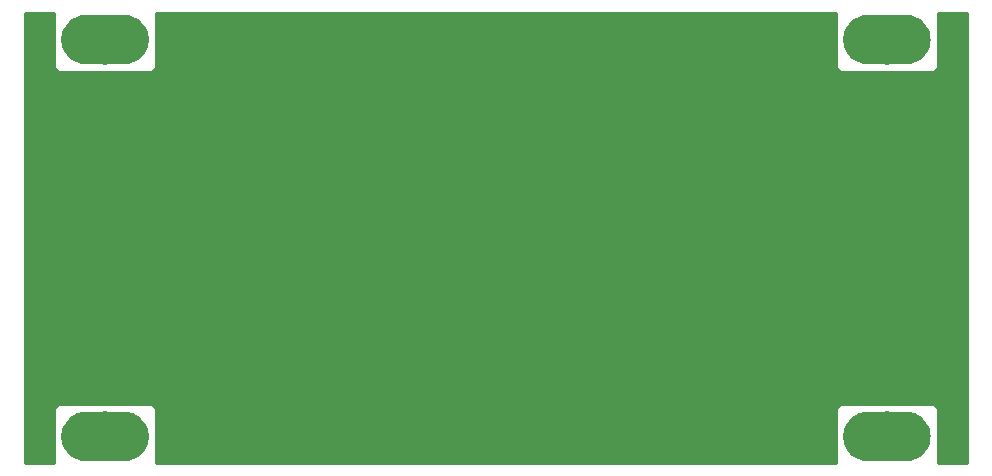
<source format=gbr>
G04 #@! TF.GenerationSoftware,KiCad,Pcbnew,(5.0.0)*
G04 #@! TF.CreationDate,2018-08-19T17:10:44+02:00*
G04 #@! TF.ProjectId,PcbBusinessCard,506362427573696E657373436172642E,rev?*
G04 #@! TF.SameCoordinates,Original*
G04 #@! TF.FileFunction,Copper,L2,Bot,Signal*
G04 #@! TF.FilePolarity,Positive*
%FSLAX46Y46*%
G04 Gerber Fmt 4.6, Leading zero omitted, Abs format (unit mm)*
G04 Created by KiCad (PCBNEW (5.0.0)) date 08/19/18 17:10:44*
%MOMM*%
%LPD*%
G01*
G04 APERTURE LIST*
G04 #@! TA.AperFunction,Conductor*
%ADD10C,0.100000*%
G04 #@! TD*
G04 #@! TA.AperFunction,WasherPad*
%ADD11C,4.200000*%
G04 #@! TD*
G04 #@! TA.AperFunction,NonConductor*
%ADD12C,0.254000*%
G04 #@! TD*
G04 APERTURE END LIST*
D10*
G04 #@! TO.N,*
G04 #@! TO.C,MH1*
G36*
X75505836Y-34510111D02*
X75709690Y-34540350D01*
X75909598Y-34590424D01*
X76103635Y-34659852D01*
X76289933Y-34747964D01*
X76466697Y-34853913D01*
X76632226Y-34976677D01*
X76784924Y-35115075D01*
X76923322Y-35267773D01*
X77046086Y-35433302D01*
X77152035Y-35610066D01*
X77240147Y-35796364D01*
X77309575Y-35990401D01*
X77359649Y-36190309D01*
X77389888Y-36394163D01*
X77400000Y-36599999D01*
X77400000Y-36600001D01*
X77389888Y-36805837D01*
X77359649Y-37009691D01*
X77309575Y-37209599D01*
X77240147Y-37403636D01*
X77152035Y-37589934D01*
X77046086Y-37766698D01*
X76923322Y-37932227D01*
X76784924Y-38084925D01*
X76632226Y-38223323D01*
X76466697Y-38346087D01*
X76289933Y-38452036D01*
X76103635Y-38540148D01*
X75909598Y-38609576D01*
X75709690Y-38659650D01*
X75505836Y-38689889D01*
X75300000Y-38700001D01*
X72100000Y-38700001D01*
X71894164Y-38689889D01*
X71690310Y-38659650D01*
X71490402Y-38609576D01*
X71296365Y-38540148D01*
X71110067Y-38452036D01*
X70933303Y-38346087D01*
X70767774Y-38223323D01*
X70615076Y-38084925D01*
X70476678Y-37932227D01*
X70353914Y-37766698D01*
X70247965Y-37589934D01*
X70159853Y-37403636D01*
X70090425Y-37209599D01*
X70040351Y-37009691D01*
X70010112Y-36805837D01*
X70000000Y-36600001D01*
X70000000Y-36599999D01*
X70010112Y-36394163D01*
X70040351Y-36190309D01*
X70090425Y-35990401D01*
X70159853Y-35796364D01*
X70247965Y-35610066D01*
X70353914Y-35433302D01*
X70476678Y-35267773D01*
X70615076Y-35115075D01*
X70767774Y-34976677D01*
X70933303Y-34853913D01*
X71110067Y-34747964D01*
X71296365Y-34659852D01*
X71490402Y-34590424D01*
X71690310Y-34540350D01*
X71894164Y-34510111D01*
X72100000Y-34499999D01*
X75300000Y-34499999D01*
X75505836Y-34510111D01*
X75505836Y-34510111D01*
G37*
D11*
G04 #@! TD*
G04 #@! TO.P,MH1,*
G04 #@! TO.N,*
X73700000Y-36600000D03*
D10*
G04 #@! TO.N,*
G04 #@! TO.C,MH1*
G36*
X75505836Y-910111D02*
X75709690Y-940350D01*
X75909598Y-990424D01*
X76103635Y-1059852D01*
X76289933Y-1147964D01*
X76466697Y-1253913D01*
X76632226Y-1376677D01*
X76784924Y-1515075D01*
X76923322Y-1667773D01*
X77046086Y-1833302D01*
X77152035Y-2010066D01*
X77240147Y-2196364D01*
X77309575Y-2390401D01*
X77359649Y-2590309D01*
X77389888Y-2794163D01*
X77400000Y-2999999D01*
X77400000Y-3000001D01*
X77389888Y-3205837D01*
X77359649Y-3409691D01*
X77309575Y-3609599D01*
X77240147Y-3803636D01*
X77152035Y-3989934D01*
X77046086Y-4166698D01*
X76923322Y-4332227D01*
X76784924Y-4484925D01*
X76632226Y-4623323D01*
X76466697Y-4746087D01*
X76289933Y-4852036D01*
X76103635Y-4940148D01*
X75909598Y-5009576D01*
X75709690Y-5059650D01*
X75505836Y-5089889D01*
X75300000Y-5100001D01*
X72100000Y-5100001D01*
X71894164Y-5089889D01*
X71690310Y-5059650D01*
X71490402Y-5009576D01*
X71296365Y-4940148D01*
X71110067Y-4852036D01*
X70933303Y-4746087D01*
X70767774Y-4623323D01*
X70615076Y-4484925D01*
X70476678Y-4332227D01*
X70353914Y-4166698D01*
X70247965Y-3989934D01*
X70159853Y-3803636D01*
X70090425Y-3609599D01*
X70040351Y-3409691D01*
X70010112Y-3205837D01*
X70000000Y-3000001D01*
X70000000Y-2999999D01*
X70010112Y-2794163D01*
X70040351Y-2590309D01*
X70090425Y-2390401D01*
X70159853Y-2196364D01*
X70247965Y-2010066D01*
X70353914Y-1833302D01*
X70476678Y-1667773D01*
X70615076Y-1515075D01*
X70767774Y-1376677D01*
X70933303Y-1253913D01*
X71110067Y-1147964D01*
X71296365Y-1059852D01*
X71490402Y-990424D01*
X71690310Y-940350D01*
X71894164Y-910111D01*
X72100000Y-899999D01*
X75300000Y-899999D01*
X75505836Y-910111D01*
X75505836Y-910111D01*
G37*
D11*
G04 #@! TD*
G04 #@! TO.P,MH1,*
G04 #@! TO.N,*
X73700000Y-3000000D03*
D10*
G04 #@! TO.N,*
G04 #@! TO.C,MH1*
G36*
X9305836Y-34510111D02*
X9509690Y-34540350D01*
X9709598Y-34590424D01*
X9903635Y-34659852D01*
X10089933Y-34747964D01*
X10266697Y-34853913D01*
X10432226Y-34976677D01*
X10584924Y-35115075D01*
X10723322Y-35267773D01*
X10846086Y-35433302D01*
X10952035Y-35610066D01*
X11040147Y-35796364D01*
X11109575Y-35990401D01*
X11159649Y-36190309D01*
X11189888Y-36394163D01*
X11200000Y-36599999D01*
X11200000Y-36600001D01*
X11189888Y-36805837D01*
X11159649Y-37009691D01*
X11109575Y-37209599D01*
X11040147Y-37403636D01*
X10952035Y-37589934D01*
X10846086Y-37766698D01*
X10723322Y-37932227D01*
X10584924Y-38084925D01*
X10432226Y-38223323D01*
X10266697Y-38346087D01*
X10089933Y-38452036D01*
X9903635Y-38540148D01*
X9709598Y-38609576D01*
X9509690Y-38659650D01*
X9305836Y-38689889D01*
X9100000Y-38700001D01*
X5900000Y-38700001D01*
X5694164Y-38689889D01*
X5490310Y-38659650D01*
X5290402Y-38609576D01*
X5096365Y-38540148D01*
X4910067Y-38452036D01*
X4733303Y-38346087D01*
X4567774Y-38223323D01*
X4415076Y-38084925D01*
X4276678Y-37932227D01*
X4153914Y-37766698D01*
X4047965Y-37589934D01*
X3959853Y-37403636D01*
X3890425Y-37209599D01*
X3840351Y-37009691D01*
X3810112Y-36805837D01*
X3800000Y-36600001D01*
X3800000Y-36599999D01*
X3810112Y-36394163D01*
X3840351Y-36190309D01*
X3890425Y-35990401D01*
X3959853Y-35796364D01*
X4047965Y-35610066D01*
X4153914Y-35433302D01*
X4276678Y-35267773D01*
X4415076Y-35115075D01*
X4567774Y-34976677D01*
X4733303Y-34853913D01*
X4910067Y-34747964D01*
X5096365Y-34659852D01*
X5290402Y-34590424D01*
X5490310Y-34540350D01*
X5694164Y-34510111D01*
X5900000Y-34499999D01*
X9100000Y-34499999D01*
X9305836Y-34510111D01*
X9305836Y-34510111D01*
G37*
D11*
G04 #@! TD*
G04 #@! TO.P,MH1,*
G04 #@! TO.N,*
X7500000Y-36600000D03*
D10*
G04 #@! TO.N,*
G04 #@! TO.C,MH1*
G36*
X9305836Y-910111D02*
X9509690Y-940350D01*
X9709598Y-990424D01*
X9903635Y-1059852D01*
X10089933Y-1147964D01*
X10266697Y-1253913D01*
X10432226Y-1376677D01*
X10584924Y-1515075D01*
X10723322Y-1667773D01*
X10846086Y-1833302D01*
X10952035Y-2010066D01*
X11040147Y-2196364D01*
X11109575Y-2390401D01*
X11159649Y-2590309D01*
X11189888Y-2794163D01*
X11200000Y-2999999D01*
X11200000Y-3000001D01*
X11189888Y-3205837D01*
X11159649Y-3409691D01*
X11109575Y-3609599D01*
X11040147Y-3803636D01*
X10952035Y-3989934D01*
X10846086Y-4166698D01*
X10723322Y-4332227D01*
X10584924Y-4484925D01*
X10432226Y-4623323D01*
X10266697Y-4746087D01*
X10089933Y-4852036D01*
X9903635Y-4940148D01*
X9709598Y-5009576D01*
X9509690Y-5059650D01*
X9305836Y-5089889D01*
X9100000Y-5100001D01*
X5900000Y-5100001D01*
X5694164Y-5089889D01*
X5490310Y-5059650D01*
X5290402Y-5009576D01*
X5096365Y-4940148D01*
X4910067Y-4852036D01*
X4733303Y-4746087D01*
X4567774Y-4623323D01*
X4415076Y-4484925D01*
X4276678Y-4332227D01*
X4153914Y-4166698D01*
X4047965Y-3989934D01*
X3959853Y-3803636D01*
X3890425Y-3609599D01*
X3840351Y-3409691D01*
X3810112Y-3205837D01*
X3800000Y-3000001D01*
X3800000Y-2999999D01*
X3810112Y-2794163D01*
X3840351Y-2590309D01*
X3890425Y-2390401D01*
X3959853Y-2196364D01*
X4047965Y-2010066D01*
X4153914Y-1833302D01*
X4276678Y-1667773D01*
X4415076Y-1515075D01*
X4567774Y-1376677D01*
X4733303Y-1253913D01*
X4910067Y-1147964D01*
X5096365Y-1059852D01*
X5290402Y-990424D01*
X5490310Y-940350D01*
X5694164Y-910111D01*
X5900000Y-899999D01*
X9100000Y-899999D01*
X9305836Y-910111D01*
X9305836Y-910111D01*
G37*
D11*
G04 #@! TD*
G04 #@! TO.P,MH1,*
G04 #@! TO.N,*
X7500000Y-3000000D03*
D12*
G36*
X3165000Y-773690D02*
X3165000Y-2714250D01*
X3202033Y-2751283D01*
X3152560Y-2999999D01*
X3152560Y-3000001D01*
X3202033Y-3248717D01*
X3165000Y-3285750D01*
X3165000Y-5226310D01*
X3261673Y-5459699D01*
X3440302Y-5638327D01*
X3673691Y-5735000D01*
X5837455Y-5735000D01*
X5900000Y-5747441D01*
X9100000Y-5747441D01*
X9162545Y-5735000D01*
X11326309Y-5735000D01*
X11559698Y-5638327D01*
X11738327Y-5459699D01*
X11835000Y-5226310D01*
X11835000Y-3285750D01*
X11797967Y-3248717D01*
X11847440Y-3000001D01*
X11847440Y-2999999D01*
X11797967Y-2751283D01*
X11835000Y-2714250D01*
X11835000Y-773690D01*
X11818974Y-735000D01*
X69381026Y-735000D01*
X69365000Y-773690D01*
X69365000Y-2714250D01*
X69402033Y-2751283D01*
X69352560Y-2999999D01*
X69352560Y-3000001D01*
X69402033Y-3248717D01*
X69365000Y-3285750D01*
X69365000Y-5226310D01*
X69461673Y-5459699D01*
X69640302Y-5638327D01*
X69873691Y-5735000D01*
X72037455Y-5735000D01*
X72100000Y-5747441D01*
X75300000Y-5747441D01*
X75362545Y-5735000D01*
X77526309Y-5735000D01*
X77759698Y-5638327D01*
X77938327Y-5459699D01*
X78035000Y-5226310D01*
X78035000Y-3285750D01*
X77997967Y-3248717D01*
X78047440Y-3000001D01*
X78047440Y-2999999D01*
X77997967Y-2751283D01*
X78035000Y-2714250D01*
X78035000Y-773690D01*
X78018974Y-735000D01*
X80465000Y-735000D01*
X80465001Y-38865000D01*
X78018974Y-38865000D01*
X78035000Y-38826310D01*
X78035000Y-36885750D01*
X77997967Y-36848717D01*
X78047440Y-36600001D01*
X78047440Y-36599999D01*
X77997967Y-36351283D01*
X78035000Y-36314250D01*
X78035000Y-34373690D01*
X77938327Y-34140301D01*
X77759698Y-33961673D01*
X77526309Y-33865000D01*
X75362545Y-33865000D01*
X75300000Y-33852559D01*
X72100000Y-33852559D01*
X72037455Y-33865000D01*
X69873691Y-33865000D01*
X69640302Y-33961673D01*
X69461673Y-34140301D01*
X69365000Y-34373690D01*
X69365000Y-36314250D01*
X69402033Y-36351283D01*
X69352560Y-36599999D01*
X69352560Y-36600001D01*
X69402033Y-36848717D01*
X69365000Y-36885750D01*
X69365000Y-38826310D01*
X69381026Y-38865000D01*
X11818974Y-38865000D01*
X11835000Y-38826310D01*
X11835000Y-36885750D01*
X11797967Y-36848717D01*
X11847440Y-36600001D01*
X11847440Y-36599999D01*
X11797967Y-36351283D01*
X11835000Y-36314250D01*
X11835000Y-34373690D01*
X11738327Y-34140301D01*
X11559698Y-33961673D01*
X11326309Y-33865000D01*
X9162545Y-33865000D01*
X9100000Y-33852559D01*
X5900000Y-33852559D01*
X5837455Y-33865000D01*
X3673691Y-33865000D01*
X3440302Y-33961673D01*
X3261673Y-34140301D01*
X3165000Y-34373690D01*
X3165000Y-36314250D01*
X3202033Y-36351283D01*
X3152560Y-36599999D01*
X3152560Y-36600001D01*
X3202033Y-36848717D01*
X3165000Y-36885750D01*
X3165000Y-38826310D01*
X3181026Y-38865000D01*
X735000Y-38865000D01*
X735000Y-735000D01*
X3181026Y-735000D01*
X3165000Y-773690D01*
X3165000Y-773690D01*
G37*
X3165000Y-773690D02*
X3165000Y-2714250D01*
X3202033Y-2751283D01*
X3152560Y-2999999D01*
X3152560Y-3000001D01*
X3202033Y-3248717D01*
X3165000Y-3285750D01*
X3165000Y-5226310D01*
X3261673Y-5459699D01*
X3440302Y-5638327D01*
X3673691Y-5735000D01*
X5837455Y-5735000D01*
X5900000Y-5747441D01*
X9100000Y-5747441D01*
X9162545Y-5735000D01*
X11326309Y-5735000D01*
X11559698Y-5638327D01*
X11738327Y-5459699D01*
X11835000Y-5226310D01*
X11835000Y-3285750D01*
X11797967Y-3248717D01*
X11847440Y-3000001D01*
X11847440Y-2999999D01*
X11797967Y-2751283D01*
X11835000Y-2714250D01*
X11835000Y-773690D01*
X11818974Y-735000D01*
X69381026Y-735000D01*
X69365000Y-773690D01*
X69365000Y-2714250D01*
X69402033Y-2751283D01*
X69352560Y-2999999D01*
X69352560Y-3000001D01*
X69402033Y-3248717D01*
X69365000Y-3285750D01*
X69365000Y-5226310D01*
X69461673Y-5459699D01*
X69640302Y-5638327D01*
X69873691Y-5735000D01*
X72037455Y-5735000D01*
X72100000Y-5747441D01*
X75300000Y-5747441D01*
X75362545Y-5735000D01*
X77526309Y-5735000D01*
X77759698Y-5638327D01*
X77938327Y-5459699D01*
X78035000Y-5226310D01*
X78035000Y-3285750D01*
X77997967Y-3248717D01*
X78047440Y-3000001D01*
X78047440Y-2999999D01*
X77997967Y-2751283D01*
X78035000Y-2714250D01*
X78035000Y-773690D01*
X78018974Y-735000D01*
X80465000Y-735000D01*
X80465001Y-38865000D01*
X78018974Y-38865000D01*
X78035000Y-38826310D01*
X78035000Y-36885750D01*
X77997967Y-36848717D01*
X78047440Y-36600001D01*
X78047440Y-36599999D01*
X77997967Y-36351283D01*
X78035000Y-36314250D01*
X78035000Y-34373690D01*
X77938327Y-34140301D01*
X77759698Y-33961673D01*
X77526309Y-33865000D01*
X75362545Y-33865000D01*
X75300000Y-33852559D01*
X72100000Y-33852559D01*
X72037455Y-33865000D01*
X69873691Y-33865000D01*
X69640302Y-33961673D01*
X69461673Y-34140301D01*
X69365000Y-34373690D01*
X69365000Y-36314250D01*
X69402033Y-36351283D01*
X69352560Y-36599999D01*
X69352560Y-36600001D01*
X69402033Y-36848717D01*
X69365000Y-36885750D01*
X69365000Y-38826310D01*
X69381026Y-38865000D01*
X11818974Y-38865000D01*
X11835000Y-38826310D01*
X11835000Y-36885750D01*
X11797967Y-36848717D01*
X11847440Y-36600001D01*
X11847440Y-36599999D01*
X11797967Y-36351283D01*
X11835000Y-36314250D01*
X11835000Y-34373690D01*
X11738327Y-34140301D01*
X11559698Y-33961673D01*
X11326309Y-33865000D01*
X9162545Y-33865000D01*
X9100000Y-33852559D01*
X5900000Y-33852559D01*
X5837455Y-33865000D01*
X3673691Y-33865000D01*
X3440302Y-33961673D01*
X3261673Y-34140301D01*
X3165000Y-34373690D01*
X3165000Y-36314250D01*
X3202033Y-36351283D01*
X3152560Y-36599999D01*
X3152560Y-36600001D01*
X3202033Y-36848717D01*
X3165000Y-36885750D01*
X3165000Y-38826310D01*
X3181026Y-38865000D01*
X735000Y-38865000D01*
X735000Y-735000D01*
X3181026Y-735000D01*
X3165000Y-773690D01*
M02*

</source>
